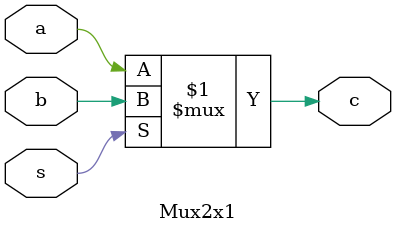
<source format=v>

`timescale 1ns / 1ps


module Mux2x1(input a,b,s, output c);

assign c = s ? b : a;

endmodule

</source>
